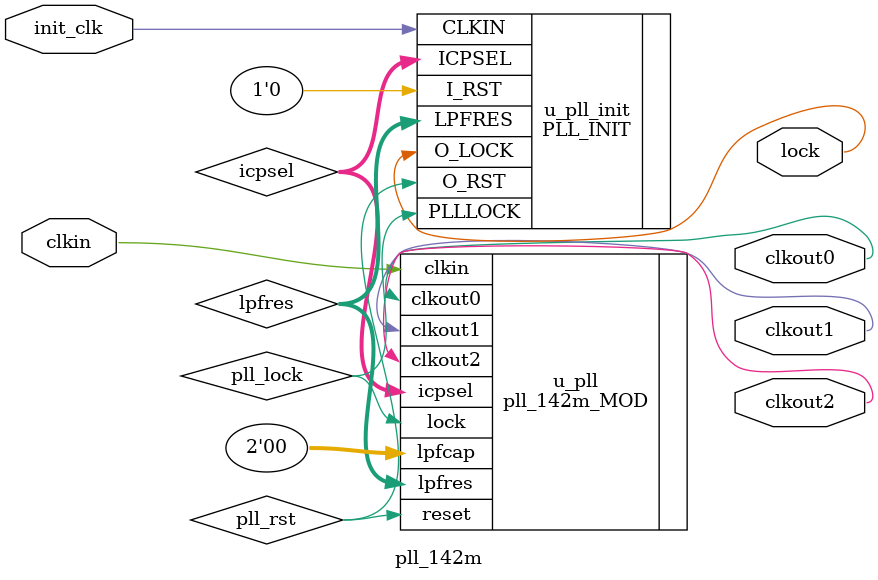
<source format=v>
module pll_142m(
    clkin,
    init_clk,
    clkout0,
    clkout1,
    clkout2,
    lock
);


input clkin;
input init_clk;
output clkout0;
output clkout1;
output clkout2;
output lock;
wire [5:0] icpsel;
wire [2:0] lpfres;
wire pll_lock;
wire pll_rst;


    pll_142m_MOD u_pll(
        .clkout1(clkout1),
        .clkout2(clkout2),
        .clkout0(clkout0),
        .lock(pll_lock),
        .clkin(clkin),
        .reset(pll_rst),
        .icpsel(icpsel),
        .lpfres(lpfres),
        .lpfcap(2'b00)
    );


    PLL_INIT u_pll_init(
        .CLKIN(init_clk),
        .I_RST(1'b0),
        .O_RST(pll_rst),
        .PLLLOCK(pll_lock),
        .O_LOCK(lock),
        .ICPSEL(icpsel),
        .LPFRES(lpfres)
    );
    defparam u_pll_init.CLK_PERIOD = 20;
    defparam u_pll_init.MULTI_FAC = 35;


endmodule

</source>
